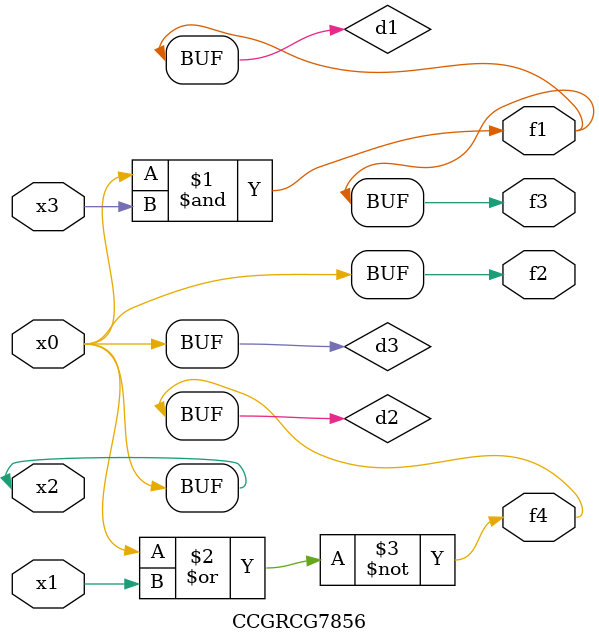
<source format=v>
module CCGRCG7856(
	input x0, x1, x2, x3,
	output f1, f2, f3, f4
);

	wire d1, d2, d3;

	and (d1, x2, x3);
	nor (d2, x0, x1);
	buf (d3, x0, x2);
	assign f1 = d1;
	assign f2 = d3;
	assign f3 = d1;
	assign f4 = d2;
endmodule

</source>
